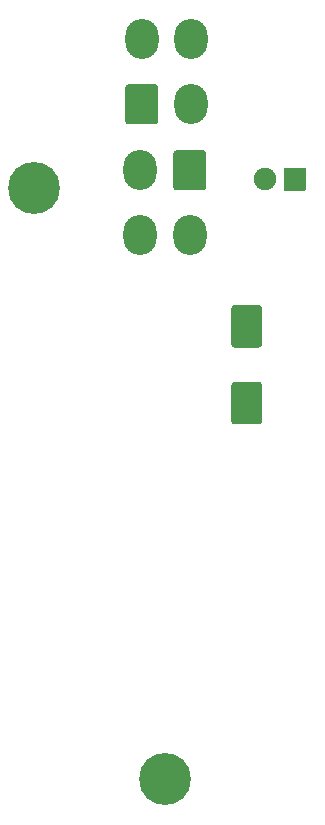
<source format=gbr>
G04 #@! TF.GenerationSoftware,KiCad,Pcbnew,(5.1.10)-1*
G04 #@! TF.CreationDate,2022-05-14T13:39:40+10:00*
G04 #@! TF.ProjectId,AV COOL PCB V2,41562043-4f4f-44c2-9050-43422056322e,rev?*
G04 #@! TF.SameCoordinates,Original*
G04 #@! TF.FileFunction,Soldermask,Bot*
G04 #@! TF.FilePolarity,Negative*
%FSLAX46Y46*%
G04 Gerber Fmt 4.6, Leading zero omitted, Abs format (unit mm)*
G04 Created by KiCad (PCBNEW (5.1.10)-1) date 2022-05-14 13:39:40*
%MOMM*%
%LPD*%
G01*
G04 APERTURE LIST*
%ADD10C,4.400000*%
%ADD11O,2.800000X3.400000*%
%ADD12C,1.900000*%
G04 APERTURE END LIST*
D10*
G04 #@! TO.C,REF\u002A\u002A*
X238950519Y-107950010D03*
G04 #@! TD*
G04 #@! TO.C,REF\u002A\u002A*
X227838000Y-57912000D03*
G04 #@! TD*
D11*
G04 #@! TO.C,J2*
X236846000Y-61888000D03*
X241046000Y-61888000D03*
X236846000Y-56388000D03*
G36*
G01*
X242446000Y-54947260D02*
X242446000Y-57828740D01*
G75*
G02*
X242186740Y-58088000I-259260J0D01*
G01*
X239905260Y-58088000D01*
G75*
G02*
X239646000Y-57828740I0J259260D01*
G01*
X239646000Y-54947260D01*
G75*
G02*
X239905260Y-54688000I259260J0D01*
G01*
X242186740Y-54688000D01*
G75*
G02*
X242446000Y-54947260I0J-259260D01*
G01*
G37*
G04 #@! TD*
G04 #@! TO.C,J1*
X241182000Y-45300000D03*
X236982000Y-45300000D03*
X241182000Y-50800000D03*
G36*
G01*
X235582000Y-52240740D02*
X235582000Y-49359260D01*
G75*
G02*
X235841260Y-49100000I259260J0D01*
G01*
X238122740Y-49100000D01*
G75*
G02*
X238382000Y-49359260I0J-259260D01*
G01*
X238382000Y-52240740D01*
G75*
G02*
X238122740Y-52500000I-259260J0D01*
G01*
X235841260Y-52500000D01*
G75*
G02*
X235582000Y-52240740I0J259260D01*
G01*
G37*
G04 #@! TD*
D12*
G04 #@! TO.C,D1*
X247396000Y-57150000D03*
G36*
G01*
X250886000Y-56250000D02*
X250886000Y-58050000D01*
G75*
G02*
X250836000Y-58100000I-50000J0D01*
G01*
X249036000Y-58100000D01*
G75*
G02*
X248986000Y-58050000I0J50000D01*
G01*
X248986000Y-56250000D01*
G75*
G02*
X249036000Y-56200000I50000J0D01*
G01*
X250836000Y-56200000D01*
G75*
G02*
X250886000Y-56250000I0J-50000D01*
G01*
G37*
G04 #@! TD*
G04 #@! TO.C,C1*
G36*
G01*
X246912000Y-71396000D02*
X244832000Y-71396000D01*
G75*
G02*
X244572000Y-71136000I0J260000D01*
G01*
X244572000Y-68056000D01*
G75*
G02*
X244832000Y-67796000I260000J0D01*
G01*
X246912000Y-67796000D01*
G75*
G02*
X247172000Y-68056000I0J-260000D01*
G01*
X247172000Y-71136000D01*
G75*
G02*
X246912000Y-71396000I-260000J0D01*
G01*
G37*
G36*
G01*
X246912000Y-77896000D02*
X244832000Y-77896000D01*
G75*
G02*
X244572000Y-77636000I0J260000D01*
G01*
X244572000Y-74556000D01*
G75*
G02*
X244832000Y-74296000I260000J0D01*
G01*
X246912000Y-74296000D01*
G75*
G02*
X247172000Y-74556000I0J-260000D01*
G01*
X247172000Y-77636000D01*
G75*
G02*
X246912000Y-77896000I-260000J0D01*
G01*
G37*
G04 #@! TD*
M02*

</source>
